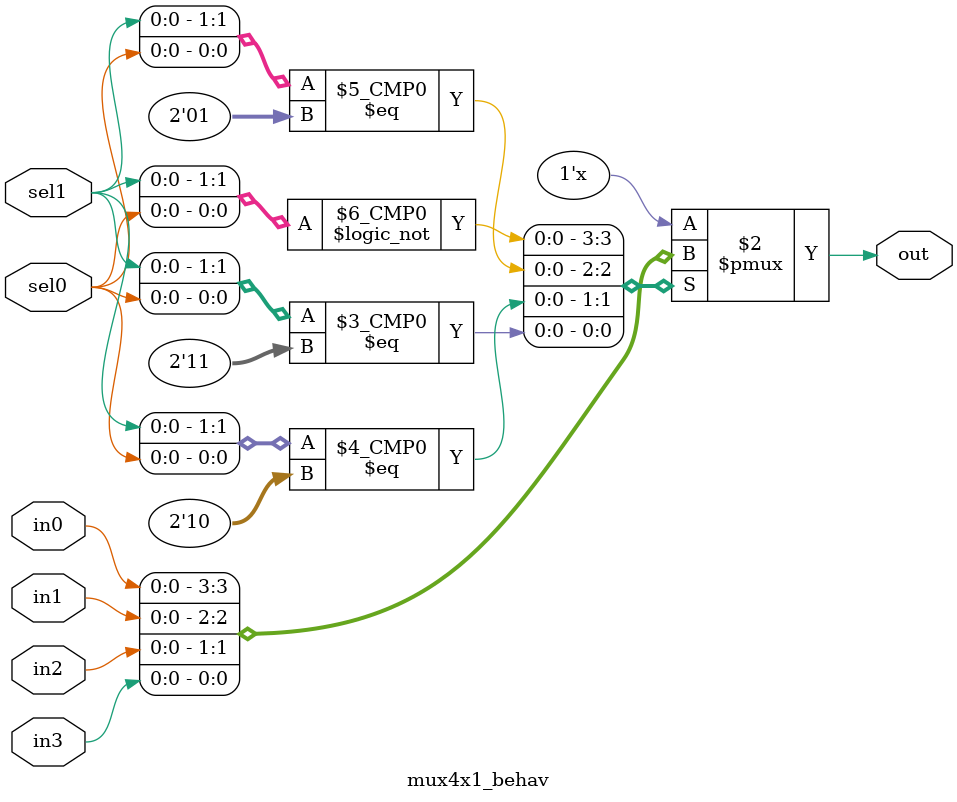
<source format=v>
`timescale 1ns / 1ps
module mux4x1_behav (
    out, 
    in0, 
	in1, 
	in2, 
	in3, 
    sel1, 
	sel0
);

output out;
input in0, in1, in2, in3;
input sel1, sel0;


reg out;
always @(*) // same as always @(sel0, sel1, in0, in1, in2, in3, in4)
case ({sel1, sel0}) // bit concatenantion
 	2'd0 : out = in0;
        2'd1 : out = in1;
        2'd2 : out = in2;
        2'd3 : out = in3;
        default: $display("Error!!!"); // prevent latch
  endcase
endmodule


/*
    always @(*) 
    if ({sel1, sel0} == 2'b00)
    out = in0;
    else if ({sel1, sel0} == 2'b01)
    out = in1;
    else if({sel1, sel0} == 2'b10)
    out = in2;
    else if({sel1, sel0} == 2'b11)
    else out = in3;
    else
    $display("Error!!");
endmodule
*/

</source>
